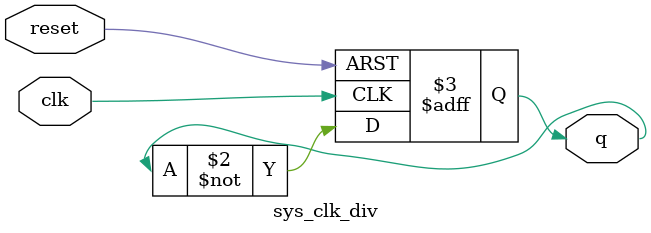
<source format=v>
`timescale 1ns / 1ps
module sys_clk_div (q,clk,reset); //   Êä³öq£¬ÊäÈëÊ±ÖÓCLK£¬Í¬²½¸´Î»ÐÅºÅRESET.
    output q;
    input reset;
    input clk;
    reg q;
    always @ (posedge clk or posedge reset)
    if (reset)
      q<=1'b0; // ¸´Î»ÖÃÁã
      else
      q<=~q; // ·ñÔòqÐÅºÅ·­×ª
endmodule

</source>
